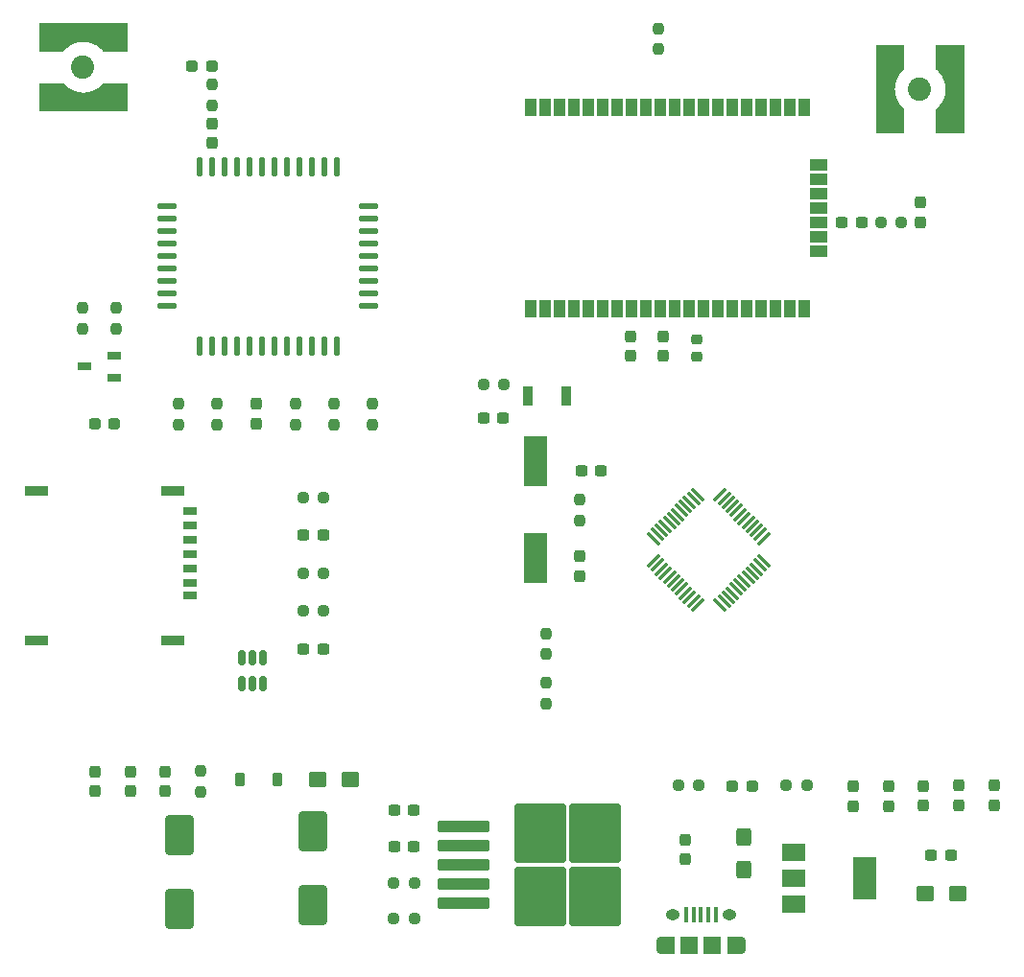
<source format=gbr>
%TF.GenerationSoftware,KiCad,Pcbnew,7.0.5*%
%TF.CreationDate,2024-05-26T12:31:29+03:00*%
%TF.ProjectId,LoRa_MuPr-VAF4751,4c6f5261-5f4d-4755-9072-2d5641463437,rev?*%
%TF.SameCoordinates,Original*%
%TF.FileFunction,Paste,Top*%
%TF.FilePolarity,Positive*%
%FSLAX46Y46*%
G04 Gerber Fmt 4.6, Leading zero omitted, Abs format (unit mm)*
G04 Created by KiCad (PCBNEW 7.0.5) date 2024-05-26 12:31:29*
%MOMM*%
%LPD*%
G01*
G04 APERTURE LIST*
G04 Aperture macros list*
%AMRoundRect*
0 Rectangle with rounded corners*
0 $1 Rounding radius*
0 $2 $3 $4 $5 $6 $7 $8 $9 X,Y pos of 4 corners*
0 Add a 4 corners polygon primitive as box body*
4,1,4,$2,$3,$4,$5,$6,$7,$8,$9,$2,$3,0*
0 Add four circle primitives for the rounded corners*
1,1,$1+$1,$2,$3*
1,1,$1+$1,$4,$5*
1,1,$1+$1,$6,$7*
1,1,$1+$1,$8,$9*
0 Add four rect primitives between the rounded corners*
20,1,$1+$1,$2,$3,$4,$5,0*
20,1,$1+$1,$4,$5,$6,$7,0*
20,1,$1+$1,$6,$7,$8,$9,0*
20,1,$1+$1,$8,$9,$2,$3,0*%
G04 Aperture macros list end*
%ADD10C,0.010000*%
%ADD11R,2.000000X1.500000*%
%ADD12R,2.000000X3.800000*%
%ADD13RoundRect,0.237500X0.250000X0.237500X-0.250000X0.237500X-0.250000X-0.237500X0.250000X-0.237500X0*%
%ADD14RoundRect,0.237500X-0.237500X0.300000X-0.237500X-0.300000X0.237500X-0.300000X0.237500X0.300000X0*%
%ADD15RoundRect,0.237500X0.237500X-0.300000X0.237500X0.300000X-0.237500X0.300000X-0.237500X-0.300000X0*%
%ADD16C,2.050000*%
%ADD17RoundRect,0.237500X0.237500X-0.287500X0.237500X0.287500X-0.237500X0.287500X-0.237500X-0.287500X0*%
%ADD18RoundRect,0.250000X-2.050000X-0.300000X2.050000X-0.300000X2.050000X0.300000X-2.050000X0.300000X0*%
%ADD19RoundRect,0.250000X-2.025000X-2.375000X2.025000X-2.375000X2.025000X2.375000X-2.025000X2.375000X0*%
%ADD20RoundRect,0.237500X-0.250000X-0.237500X0.250000X-0.237500X0.250000X0.237500X-0.250000X0.237500X0*%
%ADD21RoundRect,0.250000X-0.537500X-0.425000X0.537500X-0.425000X0.537500X0.425000X-0.537500X0.425000X0*%
%ADD22RoundRect,0.225000X0.225000X0.375000X-0.225000X0.375000X-0.225000X-0.375000X0.225000X-0.375000X0*%
%ADD23RoundRect,0.237500X0.300000X0.237500X-0.300000X0.237500X-0.300000X-0.237500X0.300000X-0.237500X0*%
%ADD24RoundRect,0.237500X0.237500X-0.250000X0.237500X0.250000X-0.237500X0.250000X-0.237500X-0.250000X0*%
%ADD25R,2.000000X4.500000*%
%ADD26RoundRect,0.237500X-0.237500X0.250000X-0.237500X-0.250000X0.237500X-0.250000X0.237500X0.250000X0*%
%ADD27RoundRect,0.250000X1.000000X-1.500000X1.000000X1.500000X-1.000000X1.500000X-1.000000X-1.500000X0*%
%ADD28RoundRect,0.237500X-0.300000X-0.237500X0.300000X-0.237500X0.300000X0.237500X-0.300000X0.237500X0*%
%ADD29RoundRect,0.250000X-1.000000X1.500000X-1.000000X-1.500000X1.000000X-1.500000X1.000000X1.500000X0*%
%ADD30O,0.890000X1.550000*%
%ADD31O,1.250000X0.950000*%
%ADD32R,0.400000X1.350000*%
%ADD33R,1.200000X1.550000*%
%ADD34R,1.500000X1.550000*%
%ADD35R,1.285000X0.800000*%
%ADD36R,2.100000X0.890000*%
%ADD37R,2.105000X0.890000*%
%ADD38R,2.100000X0.810000*%
%ADD39R,1.285000X0.700000*%
%ADD40RoundRect,0.237500X0.287500X0.237500X-0.287500X0.237500X-0.287500X-0.237500X0.287500X-0.237500X0*%
%ADD41RoundRect,0.237500X-0.287500X-0.237500X0.287500X-0.237500X0.287500X0.237500X-0.287500X0.237500X0*%
%ADD42R,1.220000X0.650000*%
%ADD43O,0.550000X1.800000*%
%ADD44O,1.800000X0.550000*%
%ADD45R,0.900000X1.700000*%
%ADD46RoundRect,0.218750X-0.256250X0.218750X-0.256250X-0.218750X0.256250X-0.218750X0.256250X0.218750X0*%
%ADD47RoundRect,0.250000X0.425000X-0.537500X0.425000X0.537500X-0.425000X0.537500X-0.425000X-0.537500X0*%
%ADD48R,1.016000X1.524000*%
%ADD49R,1.524000X1.016000*%
%ADD50RoundRect,0.075000X-0.521491X0.415425X0.415425X-0.521491X0.521491X-0.415425X-0.415425X0.521491X0*%
%ADD51RoundRect,0.075000X-0.521491X-0.415425X-0.415425X-0.521491X0.521491X0.415425X0.415425X0.521491X0*%
%ADD52RoundRect,0.150000X0.150000X-0.512500X0.150000X0.512500X-0.150000X0.512500X-0.150000X-0.512500X0*%
G04 APERTURE END LIST*
%TO.C,U8*%
D10*
X95854000Y-63453000D02*
X95900000Y-63503000D01*
X95947000Y-63551000D01*
X95995000Y-63598000D01*
X96045000Y-63644000D01*
X96096000Y-63688000D01*
X96148000Y-63730000D01*
X96202000Y-63771000D01*
X96256000Y-63811000D01*
X96312000Y-63849000D01*
X96369000Y-63885000D01*
X96427000Y-63920000D01*
X96486000Y-63952000D01*
X96545000Y-63983000D01*
X96606000Y-64013000D01*
X96668000Y-64040000D01*
X96730000Y-64066000D01*
X96793000Y-64090000D01*
X96857000Y-64112000D01*
X96921000Y-64133000D01*
X96986000Y-64151000D01*
X97051000Y-64168000D01*
X97117000Y-64182000D01*
X97183000Y-64195000D01*
X97250000Y-64206000D01*
X97317000Y-64214000D01*
X97384000Y-64221000D01*
X97451000Y-64226000D01*
X97518000Y-64229000D01*
X97570000Y-64230000D01*
X97622000Y-64229000D01*
X97689000Y-64226000D01*
X97756000Y-64221000D01*
X97823000Y-64214000D01*
X97890000Y-64206000D01*
X97957000Y-64195000D01*
X98023000Y-64182000D01*
X98089000Y-64168000D01*
X98154000Y-64151000D01*
X98219000Y-64133000D01*
X98283000Y-64112000D01*
X98347000Y-64090000D01*
X98410000Y-64066000D01*
X98472000Y-64040000D01*
X98534000Y-64013000D01*
X98595000Y-63983000D01*
X98654000Y-63952000D01*
X98713000Y-63920000D01*
X98771000Y-63885000D01*
X98828000Y-63849000D01*
X98884000Y-63811000D01*
X98938000Y-63771000D01*
X98992000Y-63730000D01*
X99044000Y-63688000D01*
X99095000Y-63644000D01*
X99145000Y-63598000D01*
X99193000Y-63551000D01*
X99240000Y-63503000D01*
X99286000Y-63453000D01*
X99340000Y-63390000D01*
X101450000Y-63390000D01*
X101450000Y-65830000D01*
X93690000Y-65830000D01*
X93690000Y-63390000D01*
X95800000Y-63390000D01*
X95854000Y-63453000D01*
G36*
X95854000Y-63453000D02*
G01*
X95900000Y-63503000D01*
X95947000Y-63551000D01*
X95995000Y-63598000D01*
X96045000Y-63644000D01*
X96096000Y-63688000D01*
X96148000Y-63730000D01*
X96202000Y-63771000D01*
X96256000Y-63811000D01*
X96312000Y-63849000D01*
X96369000Y-63885000D01*
X96427000Y-63920000D01*
X96486000Y-63952000D01*
X96545000Y-63983000D01*
X96606000Y-64013000D01*
X96668000Y-64040000D01*
X96730000Y-64066000D01*
X96793000Y-64090000D01*
X96857000Y-64112000D01*
X96921000Y-64133000D01*
X96986000Y-64151000D01*
X97051000Y-64168000D01*
X97117000Y-64182000D01*
X97183000Y-64195000D01*
X97250000Y-64206000D01*
X97317000Y-64214000D01*
X97384000Y-64221000D01*
X97451000Y-64226000D01*
X97518000Y-64229000D01*
X97570000Y-64230000D01*
X97622000Y-64229000D01*
X97689000Y-64226000D01*
X97756000Y-64221000D01*
X97823000Y-64214000D01*
X97890000Y-64206000D01*
X97957000Y-64195000D01*
X98023000Y-64182000D01*
X98089000Y-64168000D01*
X98154000Y-64151000D01*
X98219000Y-64133000D01*
X98283000Y-64112000D01*
X98347000Y-64090000D01*
X98410000Y-64066000D01*
X98472000Y-64040000D01*
X98534000Y-64013000D01*
X98595000Y-63983000D01*
X98654000Y-63952000D01*
X98713000Y-63920000D01*
X98771000Y-63885000D01*
X98828000Y-63849000D01*
X98884000Y-63811000D01*
X98938000Y-63771000D01*
X98992000Y-63730000D01*
X99044000Y-63688000D01*
X99095000Y-63644000D01*
X99145000Y-63598000D01*
X99193000Y-63551000D01*
X99240000Y-63503000D01*
X99286000Y-63453000D01*
X99340000Y-63390000D01*
X101450000Y-63390000D01*
X101450000Y-65830000D01*
X93690000Y-65830000D01*
X93690000Y-63390000D01*
X95800000Y-63390000D01*
X95854000Y-63453000D01*
G37*
X101450000Y-60510000D02*
X99340000Y-60510000D01*
X99286000Y-60447000D01*
X99240000Y-60397000D01*
X99193000Y-60349000D01*
X99145000Y-60302000D01*
X99095000Y-60256000D01*
X99044000Y-60212000D01*
X98992000Y-60170000D01*
X98938000Y-60129000D01*
X98884000Y-60089000D01*
X98828000Y-60051000D01*
X98771000Y-60015000D01*
X98713000Y-59980000D01*
X98654000Y-59948000D01*
X98595000Y-59917000D01*
X98534000Y-59887000D01*
X98472000Y-59860000D01*
X98410000Y-59834000D01*
X98347000Y-59810000D01*
X98283000Y-59788000D01*
X98219000Y-59767000D01*
X98154000Y-59749000D01*
X98089000Y-59732000D01*
X98023000Y-59718000D01*
X97957000Y-59705000D01*
X97890000Y-59694000D01*
X97823000Y-59686000D01*
X97756000Y-59679000D01*
X97689000Y-59674000D01*
X97622000Y-59671000D01*
X97570000Y-59670000D01*
X97518000Y-59671000D01*
X97451000Y-59674000D01*
X97384000Y-59679000D01*
X97317000Y-59686000D01*
X97250000Y-59694000D01*
X97183000Y-59705000D01*
X97117000Y-59718000D01*
X97051000Y-59732000D01*
X96986000Y-59749000D01*
X96921000Y-59767000D01*
X96857000Y-59788000D01*
X96793000Y-59810000D01*
X96730000Y-59834000D01*
X96668000Y-59860000D01*
X96606000Y-59887000D01*
X96545000Y-59917000D01*
X96486000Y-59948000D01*
X96427000Y-59980000D01*
X96369000Y-60015000D01*
X96312000Y-60051000D01*
X96256000Y-60089000D01*
X96202000Y-60129000D01*
X96148000Y-60170000D01*
X96096000Y-60212000D01*
X96045000Y-60256000D01*
X95995000Y-60302000D01*
X95947000Y-60349000D01*
X95900000Y-60397000D01*
X95854000Y-60447000D01*
X95800000Y-60510000D01*
X93690000Y-60510000D01*
X93690000Y-58070000D01*
X101450000Y-58070000D01*
X101450000Y-60510000D01*
G36*
X101450000Y-60510000D02*
G01*
X99340000Y-60510000D01*
X99286000Y-60447000D01*
X99240000Y-60397000D01*
X99193000Y-60349000D01*
X99145000Y-60302000D01*
X99095000Y-60256000D01*
X99044000Y-60212000D01*
X98992000Y-60170000D01*
X98938000Y-60129000D01*
X98884000Y-60089000D01*
X98828000Y-60051000D01*
X98771000Y-60015000D01*
X98713000Y-59980000D01*
X98654000Y-59948000D01*
X98595000Y-59917000D01*
X98534000Y-59887000D01*
X98472000Y-59860000D01*
X98410000Y-59834000D01*
X98347000Y-59810000D01*
X98283000Y-59788000D01*
X98219000Y-59767000D01*
X98154000Y-59749000D01*
X98089000Y-59732000D01*
X98023000Y-59718000D01*
X97957000Y-59705000D01*
X97890000Y-59694000D01*
X97823000Y-59686000D01*
X97756000Y-59679000D01*
X97689000Y-59674000D01*
X97622000Y-59671000D01*
X97570000Y-59670000D01*
X97518000Y-59671000D01*
X97451000Y-59674000D01*
X97384000Y-59679000D01*
X97317000Y-59686000D01*
X97250000Y-59694000D01*
X97183000Y-59705000D01*
X97117000Y-59718000D01*
X97051000Y-59732000D01*
X96986000Y-59749000D01*
X96921000Y-59767000D01*
X96857000Y-59788000D01*
X96793000Y-59810000D01*
X96730000Y-59834000D01*
X96668000Y-59860000D01*
X96606000Y-59887000D01*
X96545000Y-59917000D01*
X96486000Y-59948000D01*
X96427000Y-59980000D01*
X96369000Y-60015000D01*
X96312000Y-60051000D01*
X96256000Y-60089000D01*
X96202000Y-60129000D01*
X96148000Y-60170000D01*
X96096000Y-60212000D01*
X96045000Y-60256000D01*
X95995000Y-60302000D01*
X95947000Y-60349000D01*
X95900000Y-60397000D01*
X95854000Y-60447000D01*
X95800000Y-60510000D01*
X93690000Y-60510000D01*
X93690000Y-58070000D01*
X101450000Y-58070000D01*
X101450000Y-60510000D01*
G37*
%TO.C,U7*%
X175280000Y-67780000D02*
X172840000Y-67780000D01*
X172840000Y-65670000D01*
X172903000Y-65616000D01*
X172953000Y-65570000D01*
X173001000Y-65523000D01*
X173048000Y-65475000D01*
X173094000Y-65425000D01*
X173138000Y-65374000D01*
X173180000Y-65322000D01*
X173221000Y-65268000D01*
X173261000Y-65214000D01*
X173299000Y-65158000D01*
X173335000Y-65101000D01*
X173370000Y-65043000D01*
X173402000Y-64984000D01*
X173433000Y-64925000D01*
X173463000Y-64864000D01*
X173490000Y-64802000D01*
X173516000Y-64740000D01*
X173540000Y-64677000D01*
X173562000Y-64613000D01*
X173583000Y-64549000D01*
X173601000Y-64484000D01*
X173618000Y-64419000D01*
X173632000Y-64353000D01*
X173645000Y-64287000D01*
X173656000Y-64220000D01*
X173664000Y-64153000D01*
X173671000Y-64086000D01*
X173676000Y-64019000D01*
X173679000Y-63952000D01*
X173680000Y-63900000D01*
X173679000Y-63848000D01*
X173676000Y-63781000D01*
X173671000Y-63714000D01*
X173664000Y-63647000D01*
X173656000Y-63580000D01*
X173645000Y-63513000D01*
X173632000Y-63447000D01*
X173618000Y-63381000D01*
X173601000Y-63316000D01*
X173583000Y-63251000D01*
X173562000Y-63187000D01*
X173540000Y-63123000D01*
X173516000Y-63060000D01*
X173490000Y-62998000D01*
X173463000Y-62936000D01*
X173433000Y-62875000D01*
X173402000Y-62816000D01*
X173370000Y-62757000D01*
X173335000Y-62699000D01*
X173299000Y-62642000D01*
X173261000Y-62586000D01*
X173221000Y-62532000D01*
X173180000Y-62478000D01*
X173138000Y-62426000D01*
X173094000Y-62375000D01*
X173048000Y-62325000D01*
X173001000Y-62277000D01*
X172953000Y-62230000D01*
X172903000Y-62184000D01*
X172840000Y-62130000D01*
X172840000Y-60020000D01*
X175280000Y-60020000D01*
X175280000Y-67780000D01*
G36*
X175280000Y-67780000D02*
G01*
X172840000Y-67780000D01*
X172840000Y-65670000D01*
X172903000Y-65616000D01*
X172953000Y-65570000D01*
X173001000Y-65523000D01*
X173048000Y-65475000D01*
X173094000Y-65425000D01*
X173138000Y-65374000D01*
X173180000Y-65322000D01*
X173221000Y-65268000D01*
X173261000Y-65214000D01*
X173299000Y-65158000D01*
X173335000Y-65101000D01*
X173370000Y-65043000D01*
X173402000Y-64984000D01*
X173433000Y-64925000D01*
X173463000Y-64864000D01*
X173490000Y-64802000D01*
X173516000Y-64740000D01*
X173540000Y-64677000D01*
X173562000Y-64613000D01*
X173583000Y-64549000D01*
X173601000Y-64484000D01*
X173618000Y-64419000D01*
X173632000Y-64353000D01*
X173645000Y-64287000D01*
X173656000Y-64220000D01*
X173664000Y-64153000D01*
X173671000Y-64086000D01*
X173676000Y-64019000D01*
X173679000Y-63952000D01*
X173680000Y-63900000D01*
X173679000Y-63848000D01*
X173676000Y-63781000D01*
X173671000Y-63714000D01*
X173664000Y-63647000D01*
X173656000Y-63580000D01*
X173645000Y-63513000D01*
X173632000Y-63447000D01*
X173618000Y-63381000D01*
X173601000Y-63316000D01*
X173583000Y-63251000D01*
X173562000Y-63187000D01*
X173540000Y-63123000D01*
X173516000Y-63060000D01*
X173490000Y-62998000D01*
X173463000Y-62936000D01*
X173433000Y-62875000D01*
X173402000Y-62816000D01*
X173370000Y-62757000D01*
X173335000Y-62699000D01*
X173299000Y-62642000D01*
X173261000Y-62586000D01*
X173221000Y-62532000D01*
X173180000Y-62478000D01*
X173138000Y-62426000D01*
X173094000Y-62375000D01*
X173048000Y-62325000D01*
X173001000Y-62277000D01*
X172953000Y-62230000D01*
X172903000Y-62184000D01*
X172840000Y-62130000D01*
X172840000Y-60020000D01*
X175280000Y-60020000D01*
X175280000Y-67780000D01*
G37*
X169960000Y-62130000D02*
X169897000Y-62184000D01*
X169847000Y-62230000D01*
X169799000Y-62277000D01*
X169752000Y-62325000D01*
X169706000Y-62375000D01*
X169662000Y-62426000D01*
X169620000Y-62478000D01*
X169579000Y-62532000D01*
X169539000Y-62586000D01*
X169501000Y-62642000D01*
X169465000Y-62699000D01*
X169430000Y-62757000D01*
X169398000Y-62816000D01*
X169367000Y-62875000D01*
X169337000Y-62936000D01*
X169310000Y-62998000D01*
X169284000Y-63060000D01*
X169260000Y-63123000D01*
X169238000Y-63187000D01*
X169217000Y-63251000D01*
X169199000Y-63316000D01*
X169182000Y-63381000D01*
X169168000Y-63447000D01*
X169155000Y-63513000D01*
X169144000Y-63580000D01*
X169136000Y-63647000D01*
X169129000Y-63714000D01*
X169124000Y-63781000D01*
X169121000Y-63848000D01*
X169120000Y-63900000D01*
X169121000Y-63952000D01*
X169124000Y-64019000D01*
X169129000Y-64086000D01*
X169136000Y-64153000D01*
X169144000Y-64220000D01*
X169155000Y-64287000D01*
X169168000Y-64353000D01*
X169182000Y-64419000D01*
X169199000Y-64484000D01*
X169217000Y-64549000D01*
X169238000Y-64613000D01*
X169260000Y-64677000D01*
X169284000Y-64740000D01*
X169310000Y-64802000D01*
X169337000Y-64864000D01*
X169367000Y-64925000D01*
X169398000Y-64984000D01*
X169430000Y-65043000D01*
X169465000Y-65101000D01*
X169501000Y-65158000D01*
X169539000Y-65214000D01*
X169579000Y-65268000D01*
X169620000Y-65322000D01*
X169662000Y-65374000D01*
X169706000Y-65425000D01*
X169752000Y-65475000D01*
X169799000Y-65523000D01*
X169847000Y-65570000D01*
X169897000Y-65616000D01*
X169960000Y-65670000D01*
X169960000Y-67780000D01*
X167520000Y-67780000D01*
X167520000Y-60020000D01*
X169960000Y-60020000D01*
X169960000Y-62130000D01*
G36*
X169960000Y-62130000D02*
G01*
X169897000Y-62184000D01*
X169847000Y-62230000D01*
X169799000Y-62277000D01*
X169752000Y-62325000D01*
X169706000Y-62375000D01*
X169662000Y-62426000D01*
X169620000Y-62478000D01*
X169579000Y-62532000D01*
X169539000Y-62586000D01*
X169501000Y-62642000D01*
X169465000Y-62699000D01*
X169430000Y-62757000D01*
X169398000Y-62816000D01*
X169367000Y-62875000D01*
X169337000Y-62936000D01*
X169310000Y-62998000D01*
X169284000Y-63060000D01*
X169260000Y-63123000D01*
X169238000Y-63187000D01*
X169217000Y-63251000D01*
X169199000Y-63316000D01*
X169182000Y-63381000D01*
X169168000Y-63447000D01*
X169155000Y-63513000D01*
X169144000Y-63580000D01*
X169136000Y-63647000D01*
X169129000Y-63714000D01*
X169124000Y-63781000D01*
X169121000Y-63848000D01*
X169120000Y-63900000D01*
X169121000Y-63952000D01*
X169124000Y-64019000D01*
X169129000Y-64086000D01*
X169136000Y-64153000D01*
X169144000Y-64220000D01*
X169155000Y-64287000D01*
X169168000Y-64353000D01*
X169182000Y-64419000D01*
X169199000Y-64484000D01*
X169217000Y-64549000D01*
X169238000Y-64613000D01*
X169260000Y-64677000D01*
X169284000Y-64740000D01*
X169310000Y-64802000D01*
X169337000Y-64864000D01*
X169367000Y-64925000D01*
X169398000Y-64984000D01*
X169430000Y-65043000D01*
X169465000Y-65101000D01*
X169501000Y-65158000D01*
X169539000Y-65214000D01*
X169579000Y-65268000D01*
X169620000Y-65322000D01*
X169662000Y-65374000D01*
X169706000Y-65425000D01*
X169752000Y-65475000D01*
X169799000Y-65523000D01*
X169847000Y-65570000D01*
X169897000Y-65616000D01*
X169960000Y-65670000D01*
X169960000Y-67780000D01*
X167520000Y-67780000D01*
X167520000Y-60020000D01*
X169960000Y-60020000D01*
X169960000Y-62130000D01*
G37*
%TD*%
D11*
%TO.C,U1*%
X160250000Y-131300000D03*
X160250000Y-133600000D03*
D12*
X166550000Y-133600000D03*
D11*
X160250000Y-135900000D03*
%TD*%
D13*
%TO.C,R18*%
X118812500Y-110012500D03*
X116987500Y-110012500D03*
%TD*%
D14*
%TO.C,C6*%
X104850000Y-124175000D03*
X104850000Y-125900000D03*
%TD*%
D15*
%TO.C,C14*%
X171739114Y-127204999D03*
X171739114Y-125479999D03*
%TD*%
D16*
%TO.C,U8*%
X97570000Y-61950000D03*
%TD*%
D17*
%TO.C,L2*%
X171410000Y-75665000D03*
X171410000Y-73915000D03*
%TD*%
D15*
%TO.C,C15*%
X174858669Y-127157499D03*
X174858669Y-125432499D03*
%TD*%
D18*
%TO.C,U2*%
X131175000Y-129025000D03*
X131175000Y-130725000D03*
X131175000Y-132425000D03*
D19*
X137900000Y-129650000D03*
X137900000Y-135200000D03*
X142750000Y-129650000D03*
X142750000Y-135200000D03*
D18*
X131175000Y-134125000D03*
X131175000Y-135825000D03*
%TD*%
D20*
%TO.C,R13*%
X159619284Y-125400000D03*
X161444284Y-125400000D03*
%TD*%
D21*
%TO.C,C2*%
X171866053Y-135003554D03*
X174741053Y-135003554D03*
%TD*%
D22*
%TO.C,D3*%
X114700000Y-124900000D03*
X111400000Y-124900000D03*
%TD*%
D23*
%TO.C,C23*%
X118762500Y-113362500D03*
X117037500Y-113362500D03*
%TD*%
D24*
%TO.C,R17*%
X119700000Y-93525000D03*
X119700000Y-91700000D03*
%TD*%
D25*
%TO.C,Y1*%
X137474400Y-105300000D03*
X137474400Y-96800000D03*
%TD*%
D26*
%TO.C,R4*%
X107950000Y-124125000D03*
X107950000Y-125950000D03*
%TD*%
D24*
%TO.C,R8*%
X97547556Y-85100000D03*
X97547556Y-83275000D03*
%TD*%
D15*
%TO.C,C4*%
X150700000Y-131925000D03*
X150700000Y-130200000D03*
%TD*%
D27*
%TO.C,C9*%
X117820000Y-136000000D03*
X117820000Y-129500000D03*
%TD*%
D28*
%TO.C,C22*%
X132937500Y-92971400D03*
X134662500Y-92971400D03*
%TD*%
D23*
%TO.C,C11*%
X126775001Y-130800000D03*
X125050001Y-130800000D03*
%TD*%
D29*
%TO.C,C10*%
X106049998Y-129785000D03*
X106049998Y-136285000D03*
%TD*%
D26*
%TO.C,R7*%
X100497556Y-83275000D03*
X100497556Y-85100000D03*
%TD*%
D30*
%TO.C,U6*%
X148587500Y-139500000D03*
D31*
X149587500Y-136800000D03*
X154587500Y-136800000D03*
D30*
X155587500Y-139500000D03*
D32*
X150787500Y-136800000D03*
X151437500Y-136800000D03*
X152087500Y-136800000D03*
X152737500Y-136800000D03*
X153387500Y-136800000D03*
D33*
X149187500Y-139500000D03*
D34*
X151087500Y-139500000D03*
X153087500Y-139500000D03*
D33*
X154987500Y-139500000D03*
%TD*%
D24*
%TO.C,R15*%
X116297556Y-93525000D03*
X116297556Y-91700000D03*
%TD*%
D35*
%TO.C,J1*%
X107015000Y-106287500D03*
X107015000Y-103747500D03*
X107015000Y-101207500D03*
D36*
X105462500Y-99442500D03*
D37*
X93460000Y-99442500D03*
D35*
X107015000Y-107557500D03*
D38*
X105462500Y-112592500D03*
X93462500Y-112592500D03*
D35*
X107015000Y-105017500D03*
X107015000Y-102477500D03*
D39*
X107015000Y-108647500D03*
%TD*%
D24*
%TO.C,R10*%
X138435600Y-118200099D03*
X138435600Y-116375099D03*
%TD*%
%TO.C,R22*%
X108950000Y-65342500D03*
X108950000Y-63517500D03*
%TD*%
%TO.C,R16*%
X123102448Y-93525000D03*
X123102448Y-91700000D03*
%TD*%
D14*
%TO.C,C8*%
X98650000Y-124175000D03*
X98650000Y-125900000D03*
%TD*%
D21*
%TO.C,C5*%
X118262500Y-124850000D03*
X121137500Y-124850000D03*
%TD*%
D20*
%TO.C,R12*%
X167947500Y-75710000D03*
X169772500Y-75710000D03*
%TD*%
D40*
%TO.C,D2*%
X156612142Y-125440000D03*
X154862142Y-125440000D03*
%TD*%
D15*
%TO.C,C16*%
X177978223Y-127137499D03*
X177978223Y-125412499D03*
%TD*%
%TO.C,C21*%
X165500000Y-127225000D03*
X165500000Y-125500000D03*
%TD*%
D13*
%TO.C,R19*%
X118812500Y-106662500D03*
X116987500Y-106662500D03*
%TD*%
D41*
%TO.C,L3*%
X107205000Y-61930000D03*
X108955000Y-61930000D03*
%TD*%
D23*
%TO.C,C17*%
X143262500Y-97600000D03*
X141537500Y-97600000D03*
%TD*%
D28*
%TO.C,C3*%
X172403552Y-131603554D03*
X174128552Y-131603554D03*
%TD*%
D20*
%TO.C,R1*%
X150075000Y-125400000D03*
X151900000Y-125400000D03*
%TD*%
D26*
%TO.C,R5*%
X106010224Y-91700000D03*
X106010224Y-93525000D03*
%TD*%
D24*
%TO.C,R11*%
X138435600Y-113831299D03*
X138435600Y-112006299D03*
%TD*%
D42*
%TO.C,Q1*%
X100297554Y-89387500D03*
X100297554Y-87487500D03*
X97677554Y-88437500D03*
%TD*%
D24*
%TO.C,R21*%
X148325000Y-60400000D03*
X148325000Y-58575000D03*
%TD*%
D41*
%TO.C,D4*%
X98607557Y-93500000D03*
X100357557Y-93500000D03*
%TD*%
D43*
%TO.C,U4*%
X107847556Y-86650000D03*
X108947556Y-86650000D03*
X110047556Y-86650000D03*
X111147556Y-86650000D03*
X112247556Y-86650000D03*
X113347556Y-86650000D03*
X114447556Y-86650000D03*
X115547556Y-86650000D03*
X116647556Y-86650000D03*
X117747556Y-86650000D03*
X118847556Y-86650000D03*
X119947556Y-86650000D03*
D44*
X104997556Y-83100000D03*
X122797556Y-83100000D03*
X104997556Y-82000000D03*
X122797556Y-82000000D03*
X104997556Y-80900000D03*
X122797556Y-80900000D03*
X104997556Y-79800000D03*
X122797556Y-79800000D03*
X104997556Y-78700000D03*
X122797556Y-78700000D03*
X104997556Y-77600000D03*
X122797556Y-77600000D03*
X104997556Y-76500000D03*
X122797556Y-76500000D03*
X104997556Y-75400000D03*
X122797556Y-75400000D03*
X104997556Y-74300000D03*
X122797556Y-74300000D03*
D43*
X107847556Y-70750000D03*
X108947556Y-70750000D03*
X110047556Y-70750000D03*
X111147556Y-70750000D03*
X112247556Y-70750000D03*
X113347556Y-70750000D03*
X114447556Y-70750000D03*
X115547556Y-70750000D03*
X116647556Y-70750000D03*
X117747556Y-70750000D03*
X118847556Y-70750000D03*
X119947556Y-70750000D03*
%TD*%
D20*
%TO.C,R2*%
X125000001Y-134000000D03*
X126825001Y-134000000D03*
%TD*%
D45*
%TO.C,SW1*%
X140225000Y-91000000D03*
X136825000Y-91000000D03*
%TD*%
D15*
%TO.C,C19*%
X145839500Y-87475000D03*
X145839500Y-85750000D03*
%TD*%
%TO.C,C20*%
X148760499Y-87475000D03*
X148760499Y-85750000D03*
%TD*%
D26*
%TO.C,R6*%
X109412668Y-91700000D03*
X109412668Y-93525000D03*
%TD*%
D46*
%TO.C,L1*%
X151681499Y-85995001D03*
X151681499Y-87570001D03*
%TD*%
D16*
%TO.C,U7*%
X171400000Y-63900000D03*
%TD*%
D15*
%TO.C,C26*%
X108960000Y-68700000D03*
X108960000Y-66975000D03*
%TD*%
D28*
%TO.C,C25*%
X164527500Y-75710000D03*
X166252500Y-75710000D03*
%TD*%
D14*
%TO.C,C7*%
X101750000Y-124175000D03*
X101750000Y-125900000D03*
%TD*%
D15*
%TO.C,C13*%
X168619558Y-127224999D03*
X168619558Y-125499999D03*
%TD*%
D47*
%TO.C,C1*%
X155900000Y-132837500D03*
X155900000Y-129962500D03*
%TD*%
D26*
%TO.C,R9*%
X141400000Y-100197199D03*
X141400000Y-102022199D03*
%TD*%
D20*
%TO.C,R20*%
X116987500Y-99962500D03*
X118812500Y-99962500D03*
%TD*%
D28*
%TO.C,C24*%
X117037500Y-103312500D03*
X118762500Y-103312500D03*
%TD*%
D17*
%TO.C,D5*%
X112855112Y-93465000D03*
X112855112Y-91715000D03*
%TD*%
D15*
%TO.C,C18*%
X141400000Y-106897899D03*
X141400000Y-105172899D03*
%TD*%
D48*
%TO.C,U5*%
X137035000Y-83340000D03*
X138305000Y-83340000D03*
X139575000Y-83340000D03*
X140845000Y-83340000D03*
X142115000Y-83340000D03*
X143385000Y-83340000D03*
X144655000Y-83340000D03*
X145925000Y-83340000D03*
X147195000Y-83340000D03*
X148465000Y-83340000D03*
X149735000Y-83340000D03*
X151005000Y-83340000D03*
X152275000Y-83340000D03*
X153545000Y-83340000D03*
X154815000Y-83340000D03*
X156085000Y-83340000D03*
X157355000Y-83340000D03*
X158625000Y-83340000D03*
X159895000Y-83340000D03*
X161165000Y-83340000D03*
D49*
X162435000Y-78260000D03*
X162435000Y-76990000D03*
X162435000Y-75720000D03*
X162435000Y-74450000D03*
X162435000Y-73180000D03*
X162435000Y-71910000D03*
X162435000Y-70640000D03*
D48*
X161165000Y-65560000D03*
X159895000Y-65560000D03*
X158625000Y-65560000D03*
X157355000Y-65560000D03*
X156085000Y-65560000D03*
X154815000Y-65560000D03*
X153545000Y-65560000D03*
X152275000Y-65560000D03*
X151005000Y-65560000D03*
X149735000Y-65560000D03*
X148465000Y-65560000D03*
X147195000Y-65560000D03*
X145925000Y-65560000D03*
X144655000Y-65560000D03*
X143385000Y-65560000D03*
X142115000Y-65560000D03*
X140845000Y-65560000D03*
X139575000Y-65560000D03*
X138305000Y-65560000D03*
X137035000Y-65560000D03*
%TD*%
D20*
%TO.C,R14*%
X132887500Y-90025000D03*
X134712500Y-90025000D03*
%TD*%
D50*
%TO.C,U3*%
X151789088Y-99713336D03*
X151435534Y-100066890D03*
X151081981Y-100420443D03*
X150728427Y-100773997D03*
X150374874Y-101127550D03*
X150021321Y-101481103D03*
X149667767Y-101834657D03*
X149314214Y-102188210D03*
X148960661Y-102541763D03*
X148607107Y-102895317D03*
X148253554Y-103248870D03*
X147900000Y-103602424D03*
D51*
X147900000Y-105600000D03*
X148253554Y-105953554D03*
X148607107Y-106307107D03*
X148960661Y-106660661D03*
X149314214Y-107014214D03*
X149667767Y-107367767D03*
X150021321Y-107721321D03*
X150374874Y-108074874D03*
X150728427Y-108428427D03*
X151081981Y-108781981D03*
X151435534Y-109135534D03*
X151789088Y-109489088D03*
D50*
X153786664Y-109489088D03*
X154140218Y-109135534D03*
X154493771Y-108781981D03*
X154847325Y-108428427D03*
X155200878Y-108074874D03*
X155554431Y-107721321D03*
X155907985Y-107367767D03*
X156261538Y-107014214D03*
X156615091Y-106660661D03*
X156968645Y-106307107D03*
X157322198Y-105953554D03*
X157675752Y-105600000D03*
D51*
X157675752Y-103602424D03*
X157322198Y-103248870D03*
X156968645Y-102895317D03*
X156615091Y-102541763D03*
X156261538Y-102188210D03*
X155907985Y-101834657D03*
X155554431Y-101481103D03*
X155200878Y-101127550D03*
X154847325Y-100773997D03*
X154493771Y-100420443D03*
X154140218Y-100066890D03*
X153786664Y-99713336D03*
%TD*%
D13*
%TO.C,R3*%
X126825001Y-137200000D03*
X125000001Y-137200000D03*
%TD*%
D28*
%TO.C,C12*%
X125050001Y-127600000D03*
X126775001Y-127600000D03*
%TD*%
D52*
%TO.C,D1*%
X111550000Y-116437500D03*
X112500000Y-116437500D03*
X113450000Y-116437500D03*
X113450000Y-114162500D03*
X112500000Y-114162500D03*
X111550000Y-114162500D03*
%TD*%
M02*

</source>
